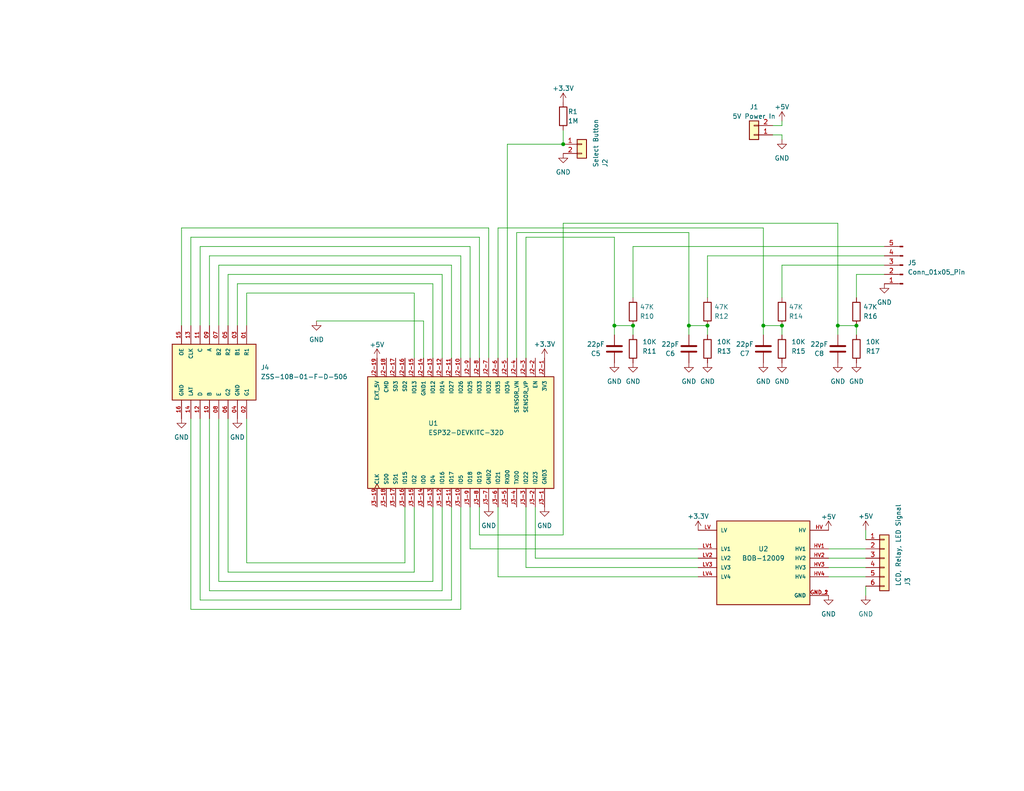
<source format=kicad_sch>
(kicad_sch (version 20230121) (generator eeschema)
  (paper "USLetter")
  (title_block (title "Car LED Controller ") (date "2023-07-02") (rev "3"))
  (lib_symbols
    (symbol "BOB-12009:BOB-12009" (pin_names (offset 1.016))
      (property "Reference" "U" (at -12.7 11.43 0))
      (property "Value" "BOB-12009" (at -12.7 -15.24 0))
      (symbol "BOB-12009_0_0"
        (rectangle (start -12.7 -12.7) (end 12.7 10.16) (stroke (width 0.254)) (fill (type background)))
        (pin power_in line (at 17.78 -10.16 180) (length 5.08) (name "GND") (number "GND_1"))
        (pin power_in line (at 17.78 -10.16 180) (length 5.08) (name "GND") (number "GND_2"))
        (pin bidirectional line (at 17.78 7.62 180) (length 5.08) (name "HV") (number "HV"))
        (pin bidirectional line (at 17.78 2.54 180) (length 5.08) (name "HV1") (number "HV1"))
        (pin bidirectional line (at 17.78 0 180) (length 5.08) (name "HV2") (number "HV2"))
        (pin bidirectional line (at 17.78 -2.54 180) (length 5.08) (name "HV3") (number "HV3"))
        (pin bidirectional line (at 17.78 -5.08 180) (length 5.08) (name "HV4") (number "HV4"))
        (pin bidirectional line (at -17.78 7.62 0) (length 5.08) (name "LV") (number "LV"))
        (pin bidirectional line (at -17.78 2.54 0) (length 5.08) (name "LV1") (number "LV1"))
        (pin bidirectional line (at -17.78 0 0) (length 5.08) (name "LV2") (number "LV2"))
        (pin bidirectional line (at -17.78 -2.54 0) (length 5.08) (name "LV3") (number "LV3"))
        (pin bidirectional line (at -17.78 -5.08 0) (length 5.08) (name "LV4") (number "LV4"))
      )
    )
    (symbol "Conn_01x02_1" (pin_names (offset 1.016) hide)
      (property "Reference" "J" (at 0 2.54 0))
      (property "Value" "Conn_01x02" (at 0 -5.08 0))
      (symbol "Conn_01x02_1_1_1"
        (rectangle (start -1.27 -2.413) (end 0 -2.667) (stroke (width 0.1524)))
        (rectangle (start -1.27 0.127) (end 0 -0.127) (stroke (width 0.1524)))
        (rectangle (start -1.27 1.27) (end 1.27 -3.81) (stroke (width 0.254)) (fill (type background)))
        (pin passive line (at -5.08 0 0) (length 3.81) (name "Pin_1") (number "1"))
        (pin passive line (at -5.08 -2.54 0) (length 3.81) (name "Pin_2") (number "2"))
      )
    )
    (symbol "Connector:Conn_01x05_Pin" (pin_names (offset 1.016) hide)
      (property "Reference" "J" (at 0 7.62 0))
      (property "Value" "Conn_01x05_Pin" (at 0 -7.62 0))
      (symbol "Conn_01x05_Pin_1_1"
        (polyline (pts (xy 1.27 -5.08) (xy 0.8636 -5.08)) (stroke (width 0.1524)))
        (polyline (pts (xy 1.27 -2.54) (xy 0.8636 -2.54)) (stroke (width 0.1524)))
        (polyline (pts (xy 1.27 0) (xy 0.8636 0)) (stroke (width 0.1524)))
        (polyline (pts (xy 1.27 2.54) (xy 0.8636 2.54)) (stroke (width 0.1524)))
        (polyline (pts (xy 1.27 5.08) (xy 0.8636 5.08)) (stroke (width 0.1524)))
        (rectangle (start 0.8636 -4.953) (end 0 -5.207) (stroke (width 0.1524)) (fill (type outline)))
        (rectangle (start 0.8636 -2.413) (end 0 -2.667) (stroke (width 0.1524)) (fill (type outline)))
        (rectangle (start 0.8636 0.127) (end 0 -0.127) (stroke (width 0.1524)) (fill (type outline)))
        (rectangle (start 0.8636 2.667) (end 0 2.413) (stroke (width 0.1524)) (fill (type outline)))
        (rectangle (start 0.8636 5.207) (end 0 4.953) (stroke (width 0.1524)) (fill (type outline)))
        (pin passive line (at 5.08 5.08 180) (length 3.81) (name "Pin_1") (number "1"))
        (pin passive line (at 5.08 2.54 180) (length 3.81) (name "Pin_2") (number "2"))
        (pin passive line (at 5.08 0 180) (length 3.81) (name "Pin_3") (number "3"))
        (pin passive line (at 5.08 -2.54 180) (length 3.81) (name "Pin_4") (number "4"))
        (pin passive line (at 5.08 -5.08 180) (length 3.81) (name "Pin_5") (number "5"))
      )
    )
    (symbol "Connector_Generic:Conn_01x02" (pin_names (offset 1.016) hide)
      (property "Reference" "J4" (at 2.54 -0.635 0))
      (property "Value" "Select Button" (at 2.54 -3.175 0))
      (symbol "Conn_01x02_1_1"
        (rectangle (start -1.27 -2.413) (end 0 -2.667) (stroke (width 0.1524)))
        (rectangle (start -1.27 0.127) (end 0 -0.127) (stroke (width 0.1524)))
        (rectangle (start -1.27 1.27) (end 1.27 -3.81) (stroke (width 0.254)) (fill (type background)))
        (pin passive line (at -5.08 0 0) (length 3.81) (name "Pin_1") (number "1"))
        (pin passive line (at -5.08 -2.54 0) (length 3.81) (name "Pin_2") (number "2"))
      )
    )
    (symbol "Connector_Generic:Conn_01x06" (pin_names (offset 1.016) hide)
      (property "Reference" "J" (at 0 7.62 0))
      (property "Value" "Conn_01x06" (at 0 -10.16 0))
      (symbol "Conn_01x06_1_1"
        (rectangle (start -1.27 -7.493) (end 0 -7.747) (stroke (width 0.1524)))
        (rectangle (start -1.27 -4.953) (end 0 -5.207) (stroke (width 0.1524)))
        (rectangle (start -1.27 -2.413) (end 0 -2.667) (stroke (width 0.1524)))
        (rectangle (start -1.27 0.127) (end 0 -0.127) (stroke (width 0.1524)))
        (rectangle (start -1.27 2.667) (end 0 2.413) (stroke (width 0.1524)))
        (rectangle (start -1.27 5.207) (end 0 4.953) (stroke (width 0.1524)))
        (rectangle (start -1.27 6.35) (end 1.27 -8.89) (stroke (width 0.254)) (fill (type background)))
        (pin passive line (at -5.08 5.08 0) (length 3.81) (name "Pin_1") (number "1"))
        (pin passive line (at -5.08 2.54 0) (length 3.81) (name "Pin_2") (number "2"))
        (pin passive line (at -5.08 0 0) (length 3.81) (name "Pin_3") (number "3"))
        (pin passive line (at -5.08 -2.54 0) (length 3.81) (name "Pin_4") (number "4"))
        (pin passive line (at -5.08 -5.08 0) (length 3.81) (name "Pin_5") (number "5"))
        (pin passive line (at -5.08 -7.62 0) (length 3.81) (name "Pin_6") (number "6"))
      )
    )
    (symbol "Device:C" (pin_numbers hide) (pin_names (offset 0.254))
      (property "Reference" "C" (at 0.635 2.54 0))
      (property "Value" "C" (at 0.635 -2.54 0))
      (symbol "C_0_1"
        (polyline (pts (xy -2.032 -0.762) (xy 2.032 -0.762)) (stroke (width 0.508)))
        (polyline (pts (xy -2.032 0.762) (xy 2.032 0.762)) (stroke (width 0.508)))
      )
      (symbol "C_1_1"
        (pin passive line (at 0 3.81 270) (length 2.794) (name "~") (number "1"))
        (pin passive line (at 0 -3.81 90) (length 2.794) (name "~") (number "2"))
      )
    )
    (symbol "Device:R" (pin_numbers hide) (pin_names (offset 0))
      (property "Reference" "R" (at 2.032 0 90))
      (property "Value" "R" (at 0 0 90))
      (symbol "R_0_1"
        (rectangle (start -1.016 -2.54) (end 1.016 2.54) (stroke (width 0.254)))
      )
      (symbol "R_1_1"
        (pin passive line (at 0 3.81 270) (length 1.27) (name "~") (number "1"))
        (pin passive line (at 0 -3.81 90) (length 1.27) (name "~") (number "2"))
      )
    )
    (symbol "ESP32-DEVKITC-32D:ESP32-DEVKITC-32D" (pin_names (offset 1.016))
      (property "Reference" "U" (at -15.2572 26.0643 0))
      (property "Value" "ESP32-DEVKITC-32D" (at -15.2563 -27.9698 0))
      (symbol "ESP32-DEVKITC-32D_0_0"
        (rectangle (start -15.24 -25.4) (end 15.24 25.4) (stroke (width 0.254)) (fill (type background)))
        (pin power_in line (at -20.32 22.86 0) (length 5.08) (name "3V3") (number "J2-1"))
        (pin bidirectional line (at -20.32 0 0) (length 5.08) (name "IO26") (number "J2-10"))
        (pin bidirectional line (at -20.32 -2.54 0) (length 5.08) (name "IO27") (number "J2-11"))
        (pin bidirectional line (at -20.32 -5.08 0) (length 5.08) (name "IO14") (number "J2-12"))
        (pin bidirectional line (at -20.32 -7.62 0) (length 5.08) (name "IO12") (number "J2-13"))
        (pin power_in line (at -20.32 -10.16 0) (length 5.08) (name "GND1") (number "J2-14"))
        (pin bidirectional line (at -20.32 -12.7 0) (length 5.08) (name "IO13") (number "J2-15"))
        (pin bidirectional line (at -20.32 -15.24 0) (length 5.08) (name "SD2") (number "J2-16"))
        (pin bidirectional line (at -20.32 -17.78 0) (length 5.08) (name "SD3") (number "J2-17"))
        (pin bidirectional line (at -20.32 -20.32 0) (length 5.08) (name "CMD") (number "J2-18"))
        (pin power_in line (at -20.32 -22.86 0) (length 5.08) (name "EXT_5V") (number "J2-19"))
        (pin input line (at -20.32 20.32 0) (length 5.08) (name "EN") (number "J2-2"))
        (pin input line (at -20.32 17.78 0) (length 5.08) (name "SENSOR_VP") (number "J2-3"))
        (pin input line (at -20.32 15.24 0) (length 5.08) (name "SENSOR_VN") (number "J2-4"))
        (pin bidirectional line (at -20.32 12.7 0) (length 5.08) (name "IO34") (number "J2-5"))
        (pin bidirectional line (at -20.32 10.16 0) (length 5.08) (name "IO35") (number "J2-6"))
        (pin bidirectional line (at -20.32 7.62 0) (length 5.08) (name "IO32") (number "J2-7"))
        (pin bidirectional line (at -20.32 5.08 0) (length 5.08) (name "IO33") (number "J2-8"))
        (pin bidirectional line (at -20.32 2.54 0) (length 5.08) (name "IO25") (number "J2-9"))
        (pin power_in line (at 20.32 22.86 180) (length 5.08) (name "GND3") (number "J3-1"))
        (pin bidirectional line (at 20.32 0 180) (length 5.08) (name "IO5") (number "J3-10"))
        (pin bidirectional line (at 20.32 -2.54 180) (length 5.08) (name "IO17") (number "J3-11"))
        (pin bidirectional line (at 20.32 -5.08 180) (length 5.08) (name "IO16") (number "J3-12"))
        (pin bidirectional line (at 20.32 -7.62 180) (length 5.08) (name "IO4") (number "J3-13"))
        (pin bidirectional line (at 20.32 -10.16 180) (length 5.08) (name "IO0") (number "J3-14"))
        (pin bidirectional line (at 20.32 -12.7 180) (length 5.08) (name "IO2") (number "J3-15"))
        (pin bidirectional line (at 20.32 -15.24 180) (length 5.08) (name "IO15") (number "J3-16"))
        (pin bidirectional line (at 20.32 -17.78 180) (length 5.08) (name "SD1") (number "J3-17"))
        (pin bidirectional line (at 20.32 -20.32 180) (length 5.08) (name "SD0") (number "J3-18"))
        (pin input clock (at 20.32 -22.86 180) (length 5.08) (name "CLK") (number "J3-19"))
        (pin bidirectional line (at 20.32 20.32 180) (length 5.08) (name "IO23") (number "J3-2"))
        (pin bidirectional line (at 20.32 17.78 180) (length 5.08) (name "IO22") (number "J3-3"))
        (pin output line (at 20.32 15.24 180) (length 5.08) (name "TXD0") (number "J3-4"))
        (pin input line (at 20.32 12.7 180) (length 5.08) (name "RXD0") (number "J3-5"))
        (pin bidirectional line (at 20.32 10.16 180) (length 5.08) (name "IO21") (number "J3-6"))
        (pin power_in line (at 20.32 7.62 180) (length 5.08) (name "GND2") (number "J3-7"))
        (pin bidirectional line (at 20.32 5.08 180) (length 5.08) (name "IO19") (number "J3-8"))
        (pin bidirectional line (at 20.32 2.54 180) (length 5.08) (name "IO18") (number "J3-9"))
      )
    )
    (symbol "ZSS-108-01-F-D-506:ZSS-108-01-F-D-506" (pin_names (offset 1.016))
      (property "Reference" "J4" (at -1.27 13.97 90))
      (property "Value" "ZSS-108-01-F-D-506" (at 1.27 13.97 90))
      (symbol "ZSS-108-01-F-D-506_0_0"
        (rectangle (start -7.62 -10.16) (end 7.62 12.7) (stroke (width 0.254)) (fill (type background)))
      )
      (symbol "ZSS-108-01-F-D-506_1_0"
        (pin passive line (at -12.7 10.16 0) (length 5.08) (name "R1") (number "01"))
        (pin passive line (at 12.7 10.16 180) (length 5.08) (name "G1") (number "02"))
        (pin passive line (at -12.7 7.62 0) (length 5.08) (name "B1") (number "03"))
        (pin passive line (at 12.7 7.62 180) (length 5.08) (name "GND") (number "04"))
        (pin passive line (at -12.7 5.08 0) (length 5.08) (name "R2") (number "05"))
        (pin passive line (at 12.7 5.08 180) (length 5.08) (name "G2") (number "06"))
        (pin passive line (at -12.7 2.54 0) (length 5.08) (name "B2") (number "07"))
        (pin passive line (at 12.7 2.54 180) (length 5.08) (name "E") (number "08"))
        (pin passive line (at -12.7 0 0) (length 5.08) (name "A") (number "09"))
        (pin passive line (at 12.7 0 180) (length 5.08) (name "B") (number "10"))
        (pin passive line (at -12.7 -2.54 0) (length 5.08) (name "C") (number "11"))
        (pin passive line (at 12.7 -2.54 180) (length 5.08) (name "D") (number "12"))
        (pin passive line (at -12.7 -5.08 0) (length 5.08) (name "CLK") (number "13"))
        (pin passive line (at 12.7 -5.08 180) (length 5.08) (name "LAT") (number "14"))
        (pin passive line (at -12.7 -7.62 0) (length 5.08) (name "OE") (number "15"))
        (pin passive line (at 12.7 -7.62 180) (length 5.08) (name "GND") (number "16"))
      )
    )
    (symbol "power:+3.3V" (power) (pin_names (offset 0))
      (property "Value" "+3.3V" (at 0 3.556 0))
      (symbol "+3.3V_0_1"
        (polyline (pts (xy -0.762 1.27) (xy 0 2.54)))
        (polyline (pts (xy 0 0) (xy 0 2.54)))
        (polyline (pts (xy 0 2.54) (xy 0.762 1.27)))
      )
      (symbol "+3.3V_1_1"
        (pin power_in line (at 0 0 90) (length 0) hide (name "+3.3V") (number "1"))
      )
    )
    (symbol "power:+5V" (power) (pin_names (offset 0))
      (property "Value" "+5V" (at 0 3.556 0))
      (symbol "+5V_0_1"
        (polyline (pts (xy -0.762 1.27) (xy 0 2.54)))
        (polyline (pts (xy 0 0) (xy 0 2.54)))
        (polyline (pts (xy 0 2.54) (xy 0.762 1.27)))
      )
      (symbol "+5V_1_1"
        (pin power_in line (at 0 0 90) (length 0) hide (name "+5V") (number "1"))
      )
    )
    (symbol "power:GND" (power) (pin_names (offset 0))
      (property "Value" "GND" (at 0 -3.81 0))
      (symbol "GND_0_1"
        (polyline (pts (xy 0 0) (xy 0 -1.27) (xy 1.27 -1.27) (xy 0 -2.54) (xy -1.27 -1.27) (xy 0 -1.27)))
      )
      (symbol "GND_1_1"
        (pin power_in line (at 0 0 270) (length 0) hide (name "GND") (number "1"))
      )
    )
  )
  (junction (at 193.04 88.9))
  (junction (at 167.64 88.9))
  (junction (at 208.28 88.9))
  (junction (at 187.96 88.9))
  (junction (at 153.67 39.37))
  (junction (at 172.72 88.9))
  (junction (at 228.6 88.9))
  (junction (at 213.36 88.9))
  (junction (at 233.68 88.9))
  (wire (pts (xy 62.23 74.93) (xy 120.65 74.93)))
  (wire (pts (xy 52.07 64.77) (xy 130.81 64.77)))
  (wire (pts (xy 228.6 91.44) (xy 228.6 88.9)))
  (wire (pts (xy 125.73 138.43) (xy 125.73 166.37)))
  (wire (pts (xy 54.61 163.83) (xy 123.19 163.83)))
  (wire (pts (xy 138.43 39.37) (xy 153.67 39.37)))
  (wire (pts (xy 118.11 138.43) (xy 118.11 158.75)))
  (wire (pts (xy 208.28 88.9) (xy 213.36 88.9)))
  (wire (pts (xy 228.6 60.96) (xy 153.67 60.96)))
  (wire (pts (xy 146.05 138.43) (xy 146.05 152.4)))
  (wire (pts (xy 213.36 72.39) (xy 213.36 81.28)))
  (wire (pts (xy 153.67 35.56) (xy 153.67 39.37)))
  (wire (pts (xy 59.69 158.75) (xy 118.11 158.75)))
  (wire (pts (xy 62.23 156.21) (xy 113.03 156.21)))
  (wire (pts (xy 213.36 36.83) (xy 210.82 36.83)))
  (wire (pts (xy 57.15 69.85) (xy 125.73 69.85)))
  (wire (pts (xy 241.3 74.93) (xy 233.68 74.93)))
  (wire (pts (xy 226.06 149.86) (xy 236.22 149.86)))
  (wire (pts (xy 67.31 88.9) (xy 67.31 80.01)))
  (wire (pts (xy 135.89 157.48) (xy 190.5 157.48)))
  (wire (pts (xy 187.96 88.9) (xy 187.96 63.5)))
  (wire (pts (xy 167.64 91.44) (xy 167.64 88.9)))
  (wire (pts (xy 138.43 39.37) (xy 138.43 97.79)))
  (wire (pts (xy 57.15 114.3) (xy 57.15 161.29)))
  (wire (pts (xy 213.36 34.29) (xy 210.82 34.29)))
  (wire (pts (xy 153.67 60.96) (xy 153.67 146.05)))
  (wire (pts (xy 143.51 154.94) (xy 190.5 154.94)))
  (wire (pts (xy 128.27 138.43) (xy 128.27 149.86)))
  (wire (pts (xy 113.03 80.01) (xy 113.03 97.79)))
  (wire (pts (xy 120.65 74.93) (xy 120.65 97.79)))
  (wire (pts (xy 54.61 114.3) (xy 54.61 163.83)))
  (wire (pts (xy 86.36 87.63) (xy 115.57 87.63)))
  (wire (pts (xy 125.73 97.79) (xy 125.73 69.85)))
  (wire (pts (xy 113.03 138.43) (xy 113.03 156.21)))
  (wire (pts (xy 233.68 74.93) (xy 233.68 81.28)))
  (wire (pts (xy 67.31 80.01) (xy 113.03 80.01)))
  (wire (pts (xy 228.6 88.9) (xy 233.68 88.9)))
  (wire (pts (xy 226.06 152.4) (xy 236.22 152.4)))
  (wire (pts (xy 52.07 166.37) (xy 125.73 166.37)))
  (wire (pts (xy 236.22 144.78) (xy 236.22 147.32)))
  (wire (pts (xy 110.49 138.43) (xy 110.49 153.67)))
  (wire (pts (xy 167.64 88.9) (xy 172.72 88.9)))
  (wire (pts (xy 172.72 67.31) (xy 172.72 81.28)))
  (wire (pts (xy 123.19 138.43) (xy 123.19 163.83)))
  (wire (pts (xy 57.15 161.29) (xy 120.65 161.29)))
  (wire (pts (xy 143.51 97.79) (xy 143.51 64.77)))
  (wire (pts (xy 130.81 138.43) (xy 130.81 146.05)))
  (wire (pts (xy 140.97 97.79) (xy 140.97 63.5)))
  (wire (pts (xy 62.23 88.9) (xy 62.23 74.93)))
  (wire (pts (xy 59.69 88.9) (xy 59.69 72.39)))
  (wire (pts (xy 128.27 67.31) (xy 128.27 97.79)))
  (wire (pts (xy 59.69 114.3) (xy 59.69 158.75)))
  (wire (pts (xy 54.61 88.9) (xy 54.61 67.31)))
  (wire (pts (xy 135.89 97.79) (xy 135.89 62.23)))
  (wire (pts (xy 228.6 88.9) (xy 228.6 60.96)))
  (wire (pts (xy 172.72 88.9) (xy 172.72 91.44)))
  (wire (pts (xy 241.3 72.39) (xy 213.36 72.39)))
  (wire (pts (xy 130.81 146.05) (xy 153.67 146.05)))
  (wire (pts (xy 59.69 72.39) (xy 123.19 72.39)))
  (wire (pts (xy 135.89 138.43) (xy 135.89 157.48)))
  (wire (pts (xy 187.96 91.44) (xy 187.96 88.9)))
  (wire (pts (xy 128.27 149.86) (xy 190.5 149.86)))
  (wire (pts (xy 226.06 154.94) (xy 236.22 154.94)))
  (wire (pts (xy 236.22 162.56) (xy 236.22 160.02)))
  (wire (pts (xy 233.68 88.9) (xy 233.68 91.44)))
  (wire (pts (xy 123.19 72.39) (xy 123.19 97.79)))
  (wire (pts (xy 143.51 138.43) (xy 143.51 154.94)))
  (wire (pts (xy 241.3 67.31) (xy 172.72 67.31)))
  (wire (pts (xy 208.28 62.23) (xy 208.28 88.9)))
  (wire (pts (xy 208.28 91.44) (xy 208.28 88.9)))
  (wire (pts (xy 193.04 88.9) (xy 193.04 91.44)))
  (wire (pts (xy 64.77 77.47) (xy 118.11 77.47)))
  (wire (pts (xy 140.97 63.5) (xy 187.96 63.5)))
  (wire (pts (xy 130.81 64.77) (xy 130.81 97.79)))
  (wire (pts (xy 167.64 64.77) (xy 167.64 88.9)))
  (wire (pts (xy 213.36 88.9) (xy 213.36 91.44)))
  (wire (pts (xy 226.06 157.48) (xy 236.22 157.48)))
  (wire (pts (xy 213.36 33.02) (xy 213.36 34.29)))
  (wire (pts (xy 143.51 64.77) (xy 167.64 64.77)))
  (wire (pts (xy 54.61 67.31) (xy 128.27 67.31)))
  (wire (pts (xy 49.53 62.23) (xy 133.35 62.23)))
  (wire (pts (xy 133.35 62.23) (xy 133.35 97.79)))
  (wire (pts (xy 135.89 62.23) (xy 208.28 62.23)))
  (wire (pts (xy 118.11 77.47) (xy 118.11 97.79)))
  (wire (pts (xy 57.15 88.9) (xy 57.15 69.85)))
  (wire (pts (xy 146.05 152.4) (xy 190.5 152.4)))
  (wire (pts (xy 67.31 153.67) (xy 110.49 153.67)))
  (wire (pts (xy 52.07 114.3) (xy 52.07 166.37)))
  (wire (pts (xy 187.96 88.9) (xy 193.04 88.9)))
  (wire (pts (xy 241.3 69.85) (xy 193.04 69.85)))
  (wire (pts (xy 67.31 114.3) (xy 67.31 153.67)))
  (wire (pts (xy 193.04 69.85) (xy 193.04 81.28)))
  (wire (pts (xy 62.23 114.3) (xy 62.23 156.21)))
  (wire (pts (xy 213.36 36.83) (xy 213.36 38.1)))
  (wire (pts (xy 64.77 77.47) (xy 64.77 88.9)))
  (wire (pts (xy 49.53 62.23) (xy 49.53 88.9)))
  (wire (pts (xy 120.65 138.43) (xy 120.65 161.29)))
  (wire (pts (xy 115.57 87.63) (xy 115.57 97.79)))
  (wire (pts (xy 52.07 88.9) (xy 52.07 64.77)))
  (symbol (lib_id "power:GND") (at 86.36 87.63 0) (unit 1)
    (property "Reference" "#PWR021" (effects hide))
    (property "Value" "GND" (at 86.36 92.71 0))
  )
  (symbol (lib_id "power:GND") (at 193.04 99.06 0) (unit 1)
    (property "Reference" "#PWR09" (effects hide))
    (property "Value" "GND" (at 193.04 104.14 0))
  )
  (symbol (lib_id "Device:R") (at 233.68 95.25 0) (mirror y) (unit 1)
    (property "Reference" "R17" (at 236.22 95.885 0) (effects (justify right)))
    (property "Value" "10K" (at 236.22 93.345 0) (effects (justify right)))
    (property "Footprint" "Resistor_THT:R_Axial_DIN0207_L6.3mm_D2.5mm_P10.16mm_Horizontal" (effects hide))
  )
  (symbol (lib_id "BOB-12009:BOB-12009") (at 208.28 152.4 0) (unit 1)
    (property "Reference" "U2" (at 208.28 149.86 0))
    (property "Value" "BOB-12009" (at 208.28 152.4 0))
    (property "Footprint" "CONV_BOB-12009" (effects hide))
    (property "PARTREV" "01" (effects hide))
    (property "STANDARD" "Manufacturer Recommendations" (effects hide))
    (property "MAXIMUM_PACKAGE_HEIGHT" "N/A" (effects hide))
    (property "MANUFACTURER" "SparkFun Electronics" (effects hide))
  )
  (symbol (lib_id "Device:R") (at 172.72 85.09 0) (mirror x) (unit 1)
    (property "Reference" "R10" (at 176.53 86.36 0))
    (property "Value" "47K" (at 176.53 83.82 0))
    (property "Footprint" "Resistor_THT:R_Axial_DIN0207_L6.3mm_D2.5mm_P10.16mm_Horizontal" (effects hide))
  )
  (symbol (lib_id "power:GND") (at 208.28 99.06 0) (unit 1)
    (property "Reference" "#PWR08" (effects hide))
    (property "Value" "GND" (at 208.28 104.14 0))
  )
  (symbol (lib_id "Device:R") (at 213.36 95.25 0) (mirror y) (unit 1)
    (property "Reference" "R15" (at 215.9 95.885 0) (effects (justify right)))
    (property "Value" "10K" (at 215.9 93.345 0) (effects (justify right)))
    (property "Footprint" "Resistor_THT:R_Axial_DIN0207_L6.3mm_D2.5mm_P10.16mm_Horizontal" (effects hide))
  )
  (symbol (lib_id "power:+3.3V") (at 190.5 144.78 0) (unit 1)
    (property "Reference" "#PWR023" (effects hide))
    (property "Value" "+3.3V" (at 190.5 140.97 0))
  )
  (symbol (lib_id "Device:C") (at 167.64 95.25 0) (mirror y) (unit 1)
    (property "Reference" "C5" (at 162.56 96.52 0))
    (property "Value" "22pF" (at 162.56 93.98 0))
    (property "Footprint" "Capacitor_THT:C_Disc_D4.7mm_W2.5mm_P5.00mm" (effects hide))
  )
  (symbol (lib_id "power:GND") (at 64.77 114.3 0) (unit 1)
    (property "Reference" "#PWR020" (effects hide))
    (property "Value" "GND" (at 64.77 119.38 0))
  )
  (symbol (lib_id "power:GND") (at 213.36 99.06 0) (unit 1)
    (property "Reference" "#PWR07" (effects hide))
    (property "Value" "GND" (at 213.36 104.14 0))
  )
  (symbol (lib_id "Device:R") (at 193.04 85.09 0) (mirror x) (unit 1)
    (property "Reference" "R12" (at 196.85 86.36 0))
    (property "Value" "47K" (at 196.85 83.82 0))
    (property "Footprint" "Resistor_THT:R_Axial_DIN0207_L6.3mm_D2.5mm_P10.16mm_Horizontal" (effects hide))
  )
  (symbol (lib_id "Device:R") (at 213.36 85.09 0) (mirror x) (unit 1)
    (property "Reference" "R14" (at 217.17 86.36 0))
    (property "Value" "47K" (at 217.17 83.82 0))
    (property "Footprint" "Resistor_THT:R_Axial_DIN0207_L6.3mm_D2.5mm_P10.16mm_Horizontal" (effects hide))
  )
  (symbol (lib_id "power:GND") (at 49.53 114.3 0) (unit 1)
    (property "Reference" "#PWR019" (effects hide))
    (property "Value" "GND" (at 49.53 119.38 0))
  )
  (symbol (lib_id "power:+5V") (at 226.06 144.78 0) (unit 1)
    (property "Reference" "#PWR031" (effects hide))
    (property "Value" "+5V" (at 226.06 141.1124 0))
  )
  (symbol (lib_id "Connector:Conn_01x05_Pin") (at 246.38 72.39 180) (unit 1)
    (property "Reference" "J5" (at 247.65 71.755 0) (effects (justify right)))
    (property "Value" "Conn_01x05_Pin" (at 247.65 74.295 0) (effects (justify right)))
    (property "Footprint" "Connector_PinHeader_2.54mm:PinHeader_1x05_P2.54mm_Vertical" (effects hide))
  )
  (symbol (lib_id "power:+3.3V") (at 148.59 97.79 0) (unit 1)
    (property "Reference" "#PWR022" (effects hide))
    (property "Value" "+3.3V" (at 148.59 93.98 0))
  )
  (symbol (lib_id "Device:C") (at 187.96 95.25 0) (mirror y) (unit 1)
    (property "Reference" "C6" (at 182.88 96.52 0))
    (property "Value" "22pF" (at 182.88 93.98 0))
    (property "Footprint" "Capacitor_THT:C_Disc_D4.7mm_W2.5mm_P5.00mm" (effects hide))
  )
  (symbol (lib_id "Connector_Generic:Conn_01x02") (at 158.75 39.37 0) (unit 1)
    (property "Reference" "J2" (at 165.1 45.72 90) (effects (justify left)))
    (property "Value" "Select Button" (at 162.56 45.72 90) (effects (justify left)))
    (property "Footprint" "Connector_PinHeader_2.54mm:PinHeader_1x02_P2.54mm_Vertical" (effects hide))
  )
  (symbol (lib_id "power:GND") (at 172.72 99.06 0) (unit 1)
    (property "Reference" "#PWR011" (effects hide))
    (property "Value" "GND" (at 172.72 104.14 0))
  )
  (symbol (lib_id "power:+3.3V") (at 153.67 27.94 0) (unit 1)
    (property "Reference" "#PWR026" (effects hide))
    (property "Value" "+3.3V" (at 153.67 24.13 0))
  )
  (symbol (lib_id "ZSS-108-01-F-D-506:ZSS-108-01-F-D-506") (at 57.15 101.6 270) (unit 1)
    (property "Reference" "J4" (at 71.12 100.33 90) (effects (justify left)))
    (property "Value" "ZSS-108-01-F-D-506" (at 71.12 102.87 90) (effects (justify left)))
    (property "Footprint" "SAMTEC_ZSS-108-01-F-D-506" (effects hide))
    (property "PARTREV" "R" (effects hide))
    (property "MANUFACTURER" "Samtec" (effects hide))
    (property "STANDARD" "Manufacturer Recommendations" (effects hide))
  )
  (symbol (lib_id "power:GND") (at 241.3 77.47 0) (unit 1)
    (property "Reference" "#PWR02" (effects hide))
    (property "Value" "GND" (at 241.3 82.55 0))
  )
  (symbol (lib_id "power:GND") (at 228.6 99.06 0) (unit 1)
    (property "Reference" "#PWR06" (effects hide))
    (property "Value" "GND" (at 228.6 104.14 0))
  )
  (symbol (lib_id "power:GND") (at 213.36 38.1 0) (unit 1)
    (property "Reference" "#PWR03" (effects hide))
    (property "Value" "GND" (at 213.36 43.18 0))
  )
  (symbol (lib_id "power:GND") (at 236.22 162.56 0) (unit 1)
    (property "Reference" "#PWR032" (effects hide))
    (property "Value" "GND" (at 236.22 167.64 0))
  )
  (symbol (lib_id "Device:C") (at 228.6 95.25 0) (mirror y) (unit 1)
    (property "Reference" "C8" (at 223.52 96.52 0))
    (property "Value" "22pF" (at 223.52 93.98 0))
    (property "Footprint" "Capacitor_THT:C_Disc_D4.7mm_W2.5mm_P5.00mm" (effects hide))
  )
  (symbol (lib_id "Device:R") (at 233.68 85.09 0) (mirror x) (unit 1)
    (property "Reference" "R16" (at 237.49 86.36 0))
    (property "Value" "47K" (at 237.49 83.82 0))
    (property "Footprint" "Resistor_THT:R_Axial_DIN0207_L6.3mm_D2.5mm_P10.16mm_Horizontal" (effects hide))
  )
  (symbol (lib_name "Conn_01x02_1") (lib_id "Connector_Generic:Conn_01x02") (at 205.74 36.83 180) (unit 1)
    (property "Reference" "J1" (at 205.74 29.21 0))
    (property "Value" "5V Power In" (at 205.74 31.75 0))
    (property "Footprint" "Connector_PinHeader_2.54mm:PinHeader_1x02_P2.54mm_Vertical" (effects hide))
  )
  (symbol (lib_id "Device:R") (at 193.04 95.25 0) (mirror y) (unit 1)
    (property "Reference" "R13" (at 195.58 95.885 0) (effects (justify right)))
    (property "Value" "10K" (at 195.58 93.345 0) (effects (justify right)))
    (property "Footprint" "Resistor_THT:R_Axial_DIN0207_L6.3mm_D2.5mm_P10.16mm_Horizontal" (effects hide))
  )
  (symbol (lib_id "Device:R") (at 172.72 95.25 0) (mirror y) (unit 1)
    (property "Reference" "R11" (at 175.26 95.885 0) (effects (justify right)))
    (property "Value" "10K" (at 175.26 93.345 0) (effects (justify right)))
    (property "Footprint" "Resistor_THT:R_Axial_DIN0207_L6.3mm_D2.5mm_P10.16mm_Horizontal" (effects hide))
  )
  (symbol (lib_id "Device:C") (at 208.28 95.25 0) (mirror y) (unit 1)
    (property "Reference" "C7" (at 203.2 96.52 0))
    (property "Value" "22pF" (at 203.2 93.98 0))
    (property "Footprint" "Capacitor_THT:C_Disc_D4.7mm_W2.5mm_P5.00mm" (effects hide))
  )
  (symbol (lib_id "power:GND") (at 226.06 162.56 0) (unit 1)
    (property "Reference" "#PWR04" (effects hide))
    (property "Value" "GND" (at 226.06 167.64 0))
  )
  (symbol (lib_id "power:GND") (at 153.67 41.91 0) (unit 1)
    (property "Reference" "#PWR013" (effects hide))
    (property "Value" "GND" (at 153.67 46.99 0))
  )
  (symbol (lib_id "Connector_Generic:Conn_01x06") (at 241.3 152.4 0) (unit 1)
    (property "Reference" "J3" (at 247.65 160.02 90) (effects (justify left)))
    (property "Value" "LCD, Relay, LED Signal" (at 245.11 160.02 90) (effects (justify left)))
    (property "Footprint" "Connector_PinHeader_2.54mm:PinHeader_1x06_P2.54mm_Vertical" (effects hide))
  )
  (symbol (lib_id "power:GND") (at 133.35 138.43 0) (unit 1)
    (property "Reference" "#PWR015" (effects hide))
    (property "Value" "GND" (at 133.35 143.51 0))
  )
  (symbol (lib_id "power:+5V") (at 236.22 144.78 0) (unit 1)
    (property "Reference" "#PWR027" (effects hide))
    (property "Value" "+5V" (at 236.22 140.97 0))
  )
  (symbol (lib_id "power:+5V") (at 213.36 33.02 0) (unit 1)
    (property "Reference" "#PWR01" (effects hide))
    (property "Value" "+5V" (at 213.36 29.21 0))
  )
  (symbol (lib_id "power:GND") (at 187.96 99.06 0) (unit 1)
    (property "Reference" "#PWR010" (effects hide))
    (property "Value" "GND" (at 187.96 104.14 0))
  )
  (symbol (lib_id "power:GND") (at 148.59 138.43 0) (unit 1)
    (property "Reference" "#PWR014" (effects hide))
    (property "Value" "GND" (at 148.59 143.51 0))
  )
  (symbol (lib_id "ESP32-DEVKITC-32D:ESP32-DEVKITC-32D") (at 125.73 118.11 270) (unit 1)
    (property "Reference" "U1" (at 116.84 115.57 90) (effects (justify left)))
    (property "Value" "ESP32-DEVKITC-32D" (at 116.84 118.11 90) (effects (justify left)))
    (property "Footprint" "MODULE_ESP32-DEVKITC-32D" (effects hide))
    (property "PARTREV" "V4" (effects hide))
    (property "STANDARD" "Manufacturer Recommendations" (effects hide))
    (property "SNAPEDA_PN" "ESP32-DEVKITC-32D" (effects hide))
    (property "MAXIMUM_PACKAGE_HEIGHT" "N/A" (effects hide))
    (property "MANUFACTURER" "Espressif Systems" (effects hide))
  )
  (symbol (lib_id "power:GND") (at 167.64 99.06 0) (unit 1)
    (property "Reference" "#PWR012" (effects hide))
    (property "Value" "GND" (at 167.64 104.14 0))
  )
  (symbol (lib_id "Device:R") (at 153.67 31.75 0) (unit 1)
    (property "Reference" "R1" (at 154.94 30.48 0) (effects (justify left)))
    (property "Value" "1M" (at 154.94 33.02 0) (effects (justify left)))
    (property "Footprint" "Resistor_THT:R_Axial_DIN0207_L6.3mm_D2.5mm_P10.16mm_Horizontal" (effects hide))
  )
  (symbol (lib_id "power:GND") (at 233.68 99.06 0) (unit 1)
    (property "Reference" "#PWR05" (effects hide))
    (property "Value" "GND" (at 233.68 104.14 0))
  )
  (symbol (lib_id "power:+5V") (at 102.87 97.79 0) (unit 1)
    (property "Reference" "#PWR030" (effects hide))
    (property "Value" "+5V" (at 102.87 94.1224 0))
  )
)
</source>
